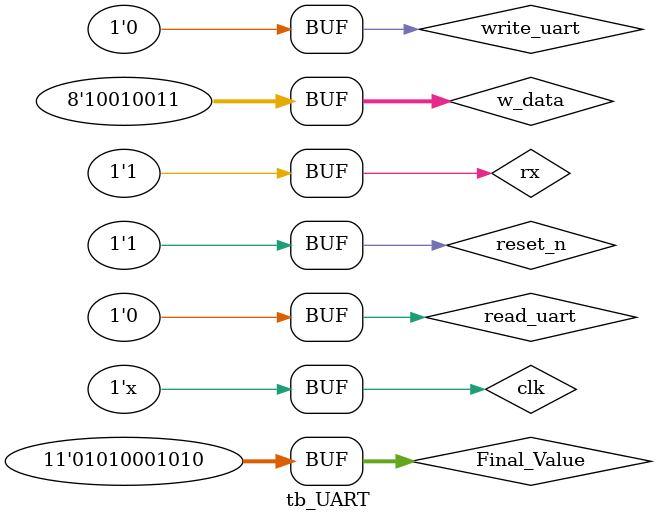
<source format=sv>


module tb_UART;
    // Parameters
    parameter DataBits = 8;
    parameter ClkTicks = 16;
    parameter addr_width = 5;
    parameter Read = 2'b01;
    parameter Write = 2'b10;
    parameter Read_and_Write = 2'b11;

    // Signals
    logic clk;
    logic reset_n;
    logic read_uart;
    logic write_uart;
    logic rx;
    logic [DataBits-1:0] w_data;
    logic [10:0] Final_Value;
    logic [DataBits-1:0] r_data;
    logic tx;
    logic rx_empty;
    logic tx_full;
    logic rx_full;

    // Instantiate the UART module
    UART #(
        .DataBits(DataBits),
        .ClkTicks(ClkTicks),
        .addr_width(addr_width),
        .Read(Read),
        .Write(Write),
        .Read_and_Write(Read_and_Write)
    ) uut (
        .clk(clk),
        .reset_n(reset_n),
        .read_uart(read_uart),
        .write_uart(write_uart),
        .rx(rx),
        .w_data(w_data),
        .Final_Value(Final_Value),
        .r_data(r_data),
        .tx(tx),
        .rx_empty(rx_empty),
        .tx_full(tx_full),
        .rx_full(rx_full)
    );

    // Clock generation
    always begin
        #5 clk = ~clk;
    end

    // Test sequence
    initial 
    begin
        // Initialize signals
        clk = 0;
        reset_n = 1;
        read_uart = 0;
        write_uart = 0;
        Final_Value = 650;
      end
   initial 
    begin
        // Apply reset
        #10 reset_n = 0;
        #10 reset_n = 1;
    end
        

        // Write some data
    initial     
	  begin
	    	 #100
	    	 w_data=8'b11100011;	 
      	 write_uart=1;
    	 	 #10 write_uart=0; 
	    	 #1090000
	    	 
        w_data=8'b10010011;	 
      	 write_uart=1;
    	 	 #10 write_uart=0; 
	    	 #1090000
	    	 
	    	 write_uart=0; 	 
  	 end
 
initial     
	begin
 	 #1000
	 // second byte 
	 rx=1;	 
	 #10
	 rx=0;	 
	 #52000 //start bit duration is 8 ticks as defined in UART top module so the duration= 8*650*10 ns=52000ns	 
	 //data bits	 
	 //first bit	 
	 rx=1;	 
	 #104000
	 //second bit	 
	 rx=1;	 
	 #104000	 	 
	 //third bit	 
	 rx=0;	 
	 #104000	 	 
	 //fourth bit	 
	 rx=1;	 
	 #104000
	 //fifth bit	 
	 rx=0;	 
	 #104000
	 //sixth bit	 
	 rx=1;	 
	 #104000	 
	 //seventh bit	 
	 rx=0;	 
	 #104000	 	 
	 //eighth bit	 
	 rx=1;	 
	 #104000	 	 	 
	 //stop bit	 
	 rx=1;	 
	 #1000	 
	 
	 
	// second byte 
	 rx=1;	 
	 #10
	 rx=0;	 
	 #52000 //start bit duration is 8 ticks as defined in UART top module so the duration= 8*650*10 ns=52000ns	 
	 //data bits	 
	 //first bit	 
	 rx=0;	 
	 #104000
	 //second bit	 
	 rx=1;	 
	 #104000	 	 
	 //third bit	 
	 rx=0;	 
	 #104000	 	 
	 //fourth bit	 
	 rx=1;	 
	 #104000
	 //fifth bit	 
	 rx=0;	 
	 #104000
	 //sixth bit	 
	 rx=0;	 
	 #104000	 
	 //seventh bit	 
	 rx=0;	 
	 #104000	 	 
	 //eighth bit	 
	 rx=1;	 
	 #104000	 	 	 
	 //stop bit	 
	 rx=1;	 
        end
endmodule

</source>
